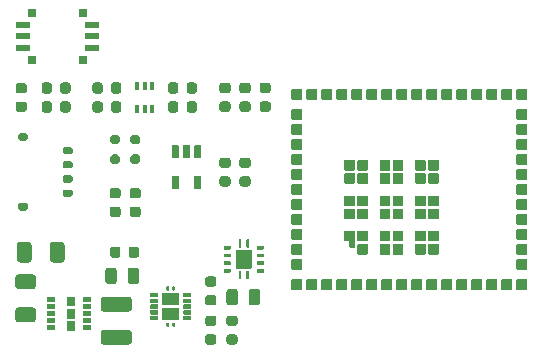
<source format=gtp>
%TF.GenerationSoftware,KiCad,Pcbnew,(5.1.6-0-10_14)*%
%TF.CreationDate,2021-08-10T12:06:40-04:00*%
%TF.ProjectId,fanboard,66616e62-6f61-4726-942e-6b696361645f,rev?*%
%TF.SameCoordinates,Original*%
%TF.FileFunction,Paste,Top*%
%TF.FilePolarity,Positive*%
%FSLAX46Y46*%
G04 Gerber Fmt 4.6, Leading zero omitted, Abs format (unit mm)*
G04 Created by KiCad (PCBNEW (5.1.6-0-10_14)) date 2021-08-10 12:06:40*
%MOMM*%
%LPD*%
G01*
G04 APERTURE LIST*
%ADD10R,0.400000X0.650000*%
%ADD11R,0.700000X0.700000*%
%ADD12R,1.200000X0.500000*%
G04 APERTURE END LIST*
%TO.C,U1*%
G36*
G01*
X145790000Y-119849910D02*
X145790000Y-120475090D01*
G75*
G02*
X145740090Y-120525000I-49910J0D01*
G01*
X145609910Y-120525000D01*
G75*
G02*
X145560000Y-120475090I0J49910D01*
G01*
X145560000Y-119849910D01*
G75*
G02*
X145609910Y-119800000I49910J0D01*
G01*
X145740090Y-119800000D01*
G75*
G02*
X145790000Y-119849910I0J-49910D01*
G01*
G37*
G36*
G01*
X146440000Y-119849910D02*
X146440000Y-120475090D01*
G75*
G02*
X146390090Y-120525000I-49910J0D01*
G01*
X146259910Y-120525000D01*
G75*
G02*
X146210000Y-120475090I0J49910D01*
G01*
X146210000Y-119849910D01*
G75*
G02*
X146259910Y-119800000I49910J0D01*
G01*
X146390090Y-119800000D01*
G75*
G02*
X146440000Y-119849910I0J-49910D01*
G01*
G37*
G36*
G01*
X145790000Y-122524910D02*
X145790000Y-123150090D01*
G75*
G02*
X145740090Y-123200000I-49910J0D01*
G01*
X145609910Y-123200000D01*
G75*
G02*
X145560000Y-123150090I0J49910D01*
G01*
X145560000Y-122524910D01*
G75*
G02*
X145609910Y-122475000I49910J0D01*
G01*
X145740090Y-122475000D01*
G75*
G02*
X145790000Y-122524910I0J-49910D01*
G01*
G37*
G36*
G01*
X146440000Y-122524910D02*
X146440000Y-123150090D01*
G75*
G02*
X146390090Y-123200000I-49910J0D01*
G01*
X146259910Y-123200000D01*
G75*
G02*
X146210000Y-123150090I0J49910D01*
G01*
X146210000Y-122524910D01*
G75*
G02*
X146259910Y-122475000I49910J0D01*
G01*
X146390090Y-122475000D01*
G75*
G02*
X146440000Y-122524910I0J-49910D01*
G01*
G37*
G36*
G01*
X146670000Y-120749220D02*
X146670000Y-122250780D01*
G75*
G02*
X146625780Y-122295000I-44220J0D01*
G01*
X145374220Y-122295000D01*
G75*
G02*
X145330000Y-122250780I0J44220D01*
G01*
X145330000Y-120749220D01*
G75*
G02*
X145374220Y-120705000I44220J0D01*
G01*
X146625780Y-120705000D01*
G75*
G02*
X146670000Y-120749220I0J-44220D01*
G01*
G37*
G36*
G01*
X144349910Y-122320000D02*
X144850090Y-122320000D01*
G75*
G02*
X144900000Y-122369910I0J-49910D01*
G01*
X144900000Y-122580090D01*
G75*
G02*
X144850090Y-122630000I-49910J0D01*
G01*
X144349910Y-122630000D01*
G75*
G02*
X144300000Y-122580090I0J49910D01*
G01*
X144300000Y-122369910D01*
G75*
G02*
X144349910Y-122320000I49910J0D01*
G01*
G37*
G36*
G01*
X144349910Y-121670000D02*
X144850090Y-121670000D01*
G75*
G02*
X144900000Y-121719910I0J-49910D01*
G01*
X144900000Y-121930090D01*
G75*
G02*
X144850090Y-121980000I-49910J0D01*
G01*
X144349910Y-121980000D01*
G75*
G02*
X144300000Y-121930090I0J49910D01*
G01*
X144300000Y-121719910D01*
G75*
G02*
X144349910Y-121670000I49910J0D01*
G01*
G37*
G36*
G01*
X144349910Y-121020000D02*
X144850090Y-121020000D01*
G75*
G02*
X144900000Y-121069910I0J-49910D01*
G01*
X144900000Y-121280090D01*
G75*
G02*
X144850090Y-121330000I-49910J0D01*
G01*
X144349910Y-121330000D01*
G75*
G02*
X144300000Y-121280090I0J49910D01*
G01*
X144300000Y-121069910D01*
G75*
G02*
X144349910Y-121020000I49910J0D01*
G01*
G37*
G36*
G01*
X144349910Y-120370000D02*
X144850090Y-120370000D01*
G75*
G02*
X144900000Y-120419910I0J-49910D01*
G01*
X144900000Y-120630090D01*
G75*
G02*
X144850090Y-120680000I-49910J0D01*
G01*
X144349910Y-120680000D01*
G75*
G02*
X144300000Y-120630090I0J49910D01*
G01*
X144300000Y-120419910D01*
G75*
G02*
X144349910Y-120370000I49910J0D01*
G01*
G37*
G36*
G01*
X147149910Y-120370000D02*
X147650090Y-120370000D01*
G75*
G02*
X147700000Y-120419910I0J-49910D01*
G01*
X147700000Y-120630090D01*
G75*
G02*
X147650090Y-120680000I-49910J0D01*
G01*
X147149910Y-120680000D01*
G75*
G02*
X147100000Y-120630090I0J49910D01*
G01*
X147100000Y-120419910D01*
G75*
G02*
X147149910Y-120370000I49910J0D01*
G01*
G37*
G36*
G01*
X147149910Y-121020000D02*
X147650090Y-121020000D01*
G75*
G02*
X147700000Y-121069910I0J-49910D01*
G01*
X147700000Y-121280090D01*
G75*
G02*
X147650090Y-121330000I-49910J0D01*
G01*
X147149910Y-121330000D01*
G75*
G02*
X147100000Y-121280090I0J49910D01*
G01*
X147100000Y-121069910D01*
G75*
G02*
X147149910Y-121020000I49910J0D01*
G01*
G37*
G36*
G01*
X147149910Y-121670000D02*
X147650090Y-121670000D01*
G75*
G02*
X147700000Y-121719910I0J-49910D01*
G01*
X147700000Y-121930090D01*
G75*
G02*
X147650090Y-121980000I-49910J0D01*
G01*
X147149910Y-121980000D01*
G75*
G02*
X147100000Y-121930090I0J49910D01*
G01*
X147100000Y-121719910D01*
G75*
G02*
X147149910Y-121670000I49910J0D01*
G01*
G37*
G36*
G01*
X147149910Y-122320000D02*
X147650090Y-122320000D01*
G75*
G02*
X147700000Y-122369910I0J-49910D01*
G01*
X147700000Y-122580090D01*
G75*
G02*
X147650090Y-122630000I-49910J0D01*
G01*
X147149910Y-122630000D01*
G75*
G02*
X147100000Y-122580090I0J49910D01*
G01*
X147100000Y-122369910D01*
G75*
G02*
X147149910Y-122320000I49910J0D01*
G01*
G37*
%TD*%
%TO.C,D3*%
G36*
G01*
X134900000Y-112625000D02*
X135300000Y-112625000D01*
G75*
G02*
X135500000Y-112825000I0J-200000D01*
G01*
X135500000Y-113225000D01*
G75*
G02*
X135300000Y-113425000I-200000J0D01*
G01*
X134900000Y-113425000D01*
G75*
G02*
X134700000Y-113225000I0J200000D01*
G01*
X134700000Y-112825000D01*
G75*
G02*
X134900000Y-112625000I200000J0D01*
G01*
G37*
G36*
G01*
X134900000Y-110975000D02*
X135300000Y-110975000D01*
G75*
G02*
X135500000Y-111175000I0J-200000D01*
G01*
X135500000Y-111575000D01*
G75*
G02*
X135300000Y-111775000I-200000J0D01*
G01*
X134900000Y-111775000D01*
G75*
G02*
X134700000Y-111575000I0J200000D01*
G01*
X134700000Y-111175000D01*
G75*
G02*
X134900000Y-110975000I200000J0D01*
G01*
G37*
%TD*%
%TO.C,D2*%
G36*
G01*
X136600000Y-112625000D02*
X137000000Y-112625000D01*
G75*
G02*
X137200000Y-112825000I0J-200000D01*
G01*
X137200000Y-113225000D01*
G75*
G02*
X137000000Y-113425000I-200000J0D01*
G01*
X136600000Y-113425000D01*
G75*
G02*
X136400000Y-113225000I0J200000D01*
G01*
X136400000Y-112825000D01*
G75*
G02*
X136600000Y-112625000I200000J0D01*
G01*
G37*
G36*
G01*
X136600000Y-110975000D02*
X137000000Y-110975000D01*
G75*
G02*
X137200000Y-111175000I0J-200000D01*
G01*
X137200000Y-111575000D01*
G75*
G02*
X137000000Y-111775000I-200000J0D01*
G01*
X136600000Y-111775000D01*
G75*
G02*
X136400000Y-111575000I0J200000D01*
G01*
X136400000Y-111175000D01*
G75*
G02*
X136600000Y-110975000I200000J0D01*
G01*
G37*
%TD*%
%TO.C,J4*%
G36*
G01*
X127075000Y-116700000D02*
X127525000Y-116700000D01*
G75*
G02*
X127700000Y-116875000I0J-175000D01*
G01*
X127700000Y-117225000D01*
G75*
G02*
X127525000Y-117400000I-175000J0D01*
G01*
X127075000Y-117400000D01*
G75*
G02*
X126900000Y-117225000I0J175000D01*
G01*
X126900000Y-116875000D01*
G75*
G02*
X127075000Y-116700000I175000J0D01*
G01*
G37*
G36*
G01*
X127075000Y-110800000D02*
X127525000Y-110800000D01*
G75*
G02*
X127700000Y-110975000I0J-175000D01*
G01*
X127700000Y-111325000D01*
G75*
G02*
X127525000Y-111500000I-175000J0D01*
G01*
X127075000Y-111500000D01*
G75*
G02*
X126900000Y-111325000I0J175000D01*
G01*
X126900000Y-110975000D01*
G75*
G02*
X127075000Y-110800000I175000J0D01*
G01*
G37*
G36*
G01*
X130800000Y-115600000D02*
X131350000Y-115600000D01*
G75*
G02*
X131500000Y-115750000I0J-150000D01*
G01*
X131500000Y-116050000D01*
G75*
G02*
X131350000Y-116200000I-150000J0D01*
G01*
X130800000Y-116200000D01*
G75*
G02*
X130650000Y-116050000I0J150000D01*
G01*
X130650000Y-115750000D01*
G75*
G02*
X130800000Y-115600000I150000J0D01*
G01*
G37*
G36*
G01*
X130800000Y-114400000D02*
X131350000Y-114400000D01*
G75*
G02*
X131500000Y-114550000I0J-150000D01*
G01*
X131500000Y-114850000D01*
G75*
G02*
X131350000Y-115000000I-150000J0D01*
G01*
X130800000Y-115000000D01*
G75*
G02*
X130650000Y-114850000I0J150000D01*
G01*
X130650000Y-114550000D01*
G75*
G02*
X130800000Y-114400000I150000J0D01*
G01*
G37*
G36*
G01*
X130800000Y-113200000D02*
X131350000Y-113200000D01*
G75*
G02*
X131500000Y-113350000I0J-150000D01*
G01*
X131500000Y-113650000D01*
G75*
G02*
X131350000Y-113800000I-150000J0D01*
G01*
X130800000Y-113800000D01*
G75*
G02*
X130650000Y-113650000I0J150000D01*
G01*
X130650000Y-113350000D01*
G75*
G02*
X130800000Y-113200000I150000J0D01*
G01*
G37*
G36*
G01*
X130800000Y-112000000D02*
X131350000Y-112000000D01*
G75*
G02*
X131500000Y-112150000I0J-150000D01*
G01*
X131500000Y-112450000D01*
G75*
G02*
X131350000Y-112600000I-150000J0D01*
G01*
X130800000Y-112600000D01*
G75*
G02*
X130650000Y-112450000I0J150000D01*
G01*
X130650000Y-112150000D01*
G75*
G02*
X130800000Y-112000000I150000J0D01*
G01*
G37*
%TD*%
D10*
%TO.C,Q1*%
X136950000Y-106850000D03*
X138250000Y-106850000D03*
X137600000Y-108750000D03*
X137600000Y-106850000D03*
X138250000Y-108750000D03*
X136950000Y-108750000D03*
%TD*%
%TO.C,R16*%
G36*
G01*
X140450000Y-108343750D02*
X140450000Y-108856250D01*
G75*
G02*
X140231250Y-109075000I-218750J0D01*
G01*
X139793750Y-109075000D01*
G75*
G02*
X139575000Y-108856250I0J218750D01*
G01*
X139575000Y-108343750D01*
G75*
G02*
X139793750Y-108125000I218750J0D01*
G01*
X140231250Y-108125000D01*
G75*
G02*
X140450000Y-108343750I0J-218750D01*
G01*
G37*
G36*
G01*
X142025000Y-108343750D02*
X142025000Y-108856250D01*
G75*
G02*
X141806250Y-109075000I-218750J0D01*
G01*
X141368750Y-109075000D01*
G75*
G02*
X141150000Y-108856250I0J218750D01*
G01*
X141150000Y-108343750D01*
G75*
G02*
X141368750Y-108125000I218750J0D01*
G01*
X141806250Y-108125000D01*
G75*
G02*
X142025000Y-108343750I0J-218750D01*
G01*
G37*
%TD*%
%TO.C,R15*%
G36*
G01*
X140450000Y-106743750D02*
X140450000Y-107256250D01*
G75*
G02*
X140231250Y-107475000I-218750J0D01*
G01*
X139793750Y-107475000D01*
G75*
G02*
X139575000Y-107256250I0J218750D01*
G01*
X139575000Y-106743750D01*
G75*
G02*
X139793750Y-106525000I218750J0D01*
G01*
X140231250Y-106525000D01*
G75*
G02*
X140450000Y-106743750I0J-218750D01*
G01*
G37*
G36*
G01*
X142025000Y-106743750D02*
X142025000Y-107256250D01*
G75*
G02*
X141806250Y-107475000I-218750J0D01*
G01*
X141368750Y-107475000D01*
G75*
G02*
X141150000Y-107256250I0J218750D01*
G01*
X141150000Y-106743750D01*
G75*
G02*
X141368750Y-106525000I218750J0D01*
G01*
X141806250Y-106525000D01*
G75*
G02*
X142025000Y-106743750I0J-218750D01*
G01*
G37*
%TD*%
%TO.C,R14*%
G36*
G01*
X131325000Y-106743750D02*
X131325000Y-107256250D01*
G75*
G02*
X131106250Y-107475000I-218750J0D01*
G01*
X130668750Y-107475000D01*
G75*
G02*
X130450000Y-107256250I0J218750D01*
G01*
X130450000Y-106743750D01*
G75*
G02*
X130668750Y-106525000I218750J0D01*
G01*
X131106250Y-106525000D01*
G75*
G02*
X131325000Y-106743750I0J-218750D01*
G01*
G37*
G36*
G01*
X129750000Y-106743750D02*
X129750000Y-107256250D01*
G75*
G02*
X129531250Y-107475000I-218750J0D01*
G01*
X129093750Y-107475000D01*
G75*
G02*
X128875000Y-107256250I0J218750D01*
G01*
X128875000Y-106743750D01*
G75*
G02*
X129093750Y-106525000I218750J0D01*
G01*
X129531250Y-106525000D01*
G75*
G02*
X129750000Y-106743750I0J-218750D01*
G01*
G37*
%TD*%
%TO.C,R13*%
G36*
G01*
X131325000Y-108343750D02*
X131325000Y-108856250D01*
G75*
G02*
X131106250Y-109075000I-218750J0D01*
G01*
X130668750Y-109075000D01*
G75*
G02*
X130450000Y-108856250I0J218750D01*
G01*
X130450000Y-108343750D01*
G75*
G02*
X130668750Y-108125000I218750J0D01*
G01*
X131106250Y-108125000D01*
G75*
G02*
X131325000Y-108343750I0J-218750D01*
G01*
G37*
G36*
G01*
X129750000Y-108343750D02*
X129750000Y-108856250D01*
G75*
G02*
X129531250Y-109075000I-218750J0D01*
G01*
X129093750Y-109075000D01*
G75*
G02*
X128875000Y-108856250I0J218750D01*
G01*
X128875000Y-108343750D01*
G75*
G02*
X129093750Y-108125000I218750J0D01*
G01*
X129531250Y-108125000D01*
G75*
G02*
X129750000Y-108343750I0J-218750D01*
G01*
G37*
%TD*%
%TO.C,R12*%
G36*
G01*
X135625000Y-106743750D02*
X135625000Y-107256250D01*
G75*
G02*
X135406250Y-107475000I-218750J0D01*
G01*
X134968750Y-107475000D01*
G75*
G02*
X134750000Y-107256250I0J218750D01*
G01*
X134750000Y-106743750D01*
G75*
G02*
X134968750Y-106525000I218750J0D01*
G01*
X135406250Y-106525000D01*
G75*
G02*
X135625000Y-106743750I0J-218750D01*
G01*
G37*
G36*
G01*
X134050000Y-106743750D02*
X134050000Y-107256250D01*
G75*
G02*
X133831250Y-107475000I-218750J0D01*
G01*
X133393750Y-107475000D01*
G75*
G02*
X133175000Y-107256250I0J218750D01*
G01*
X133175000Y-106743750D01*
G75*
G02*
X133393750Y-106525000I218750J0D01*
G01*
X133831250Y-106525000D01*
G75*
G02*
X134050000Y-106743750I0J-218750D01*
G01*
G37*
%TD*%
%TO.C,R11*%
G36*
G01*
X135625000Y-108343750D02*
X135625000Y-108856250D01*
G75*
G02*
X135406250Y-109075000I-218750J0D01*
G01*
X134968750Y-109075000D01*
G75*
G02*
X134750000Y-108856250I0J218750D01*
G01*
X134750000Y-108343750D01*
G75*
G02*
X134968750Y-108125000I218750J0D01*
G01*
X135406250Y-108125000D01*
G75*
G02*
X135625000Y-108343750I0J-218750D01*
G01*
G37*
G36*
G01*
X134050000Y-108343750D02*
X134050000Y-108856250D01*
G75*
G02*
X133831250Y-109075000I-218750J0D01*
G01*
X133393750Y-109075000D01*
G75*
G02*
X133175000Y-108856250I0J218750D01*
G01*
X133175000Y-108343750D01*
G75*
G02*
X133393750Y-108125000I218750J0D01*
G01*
X133831250Y-108125000D01*
G75*
G02*
X134050000Y-108343750I0J-218750D01*
G01*
G37*
%TD*%
%TO.C,R10*%
G36*
G01*
X137056250Y-117925000D02*
X136543750Y-117925000D01*
G75*
G02*
X136325000Y-117706250I0J218750D01*
G01*
X136325000Y-117268750D01*
G75*
G02*
X136543750Y-117050000I218750J0D01*
G01*
X137056250Y-117050000D01*
G75*
G02*
X137275000Y-117268750I0J-218750D01*
G01*
X137275000Y-117706250D01*
G75*
G02*
X137056250Y-117925000I-218750J0D01*
G01*
G37*
G36*
G01*
X137056250Y-116350000D02*
X136543750Y-116350000D01*
G75*
G02*
X136325000Y-116131250I0J218750D01*
G01*
X136325000Y-115693750D01*
G75*
G02*
X136543750Y-115475000I218750J0D01*
G01*
X137056250Y-115475000D01*
G75*
G02*
X137275000Y-115693750I0J-218750D01*
G01*
X137275000Y-116131250D01*
G75*
G02*
X137056250Y-116350000I-218750J0D01*
G01*
G37*
%TD*%
%TO.C,R9*%
G36*
G01*
X135356250Y-117925000D02*
X134843750Y-117925000D01*
G75*
G02*
X134625000Y-117706250I0J218750D01*
G01*
X134625000Y-117268750D01*
G75*
G02*
X134843750Y-117050000I218750J0D01*
G01*
X135356250Y-117050000D01*
G75*
G02*
X135575000Y-117268750I0J-218750D01*
G01*
X135575000Y-117706250D01*
G75*
G02*
X135356250Y-117925000I-218750J0D01*
G01*
G37*
G36*
G01*
X135356250Y-116350000D02*
X134843750Y-116350000D01*
G75*
G02*
X134625000Y-116131250I0J218750D01*
G01*
X134625000Y-115693750D01*
G75*
G02*
X134843750Y-115475000I218750J0D01*
G01*
X135356250Y-115475000D01*
G75*
G02*
X135575000Y-115693750I0J-218750D01*
G01*
X135575000Y-116131250D01*
G75*
G02*
X135356250Y-116350000I-218750J0D01*
G01*
G37*
%TD*%
%TO.C,U3*%
G36*
G01*
X131725000Y-126756900D02*
X131725000Y-127503100D01*
G75*
G02*
X131681600Y-127546500I-43400J0D01*
G01*
X131068400Y-127546500D01*
G75*
G02*
X131025000Y-127503100I0J43400D01*
G01*
X131025000Y-126756900D01*
G75*
G02*
X131068400Y-126713500I43400J0D01*
G01*
X131681600Y-126713500D01*
G75*
G02*
X131725000Y-126756900I0J-43400D01*
G01*
G37*
G36*
G01*
X131725000Y-125726900D02*
X131725000Y-126473100D01*
G75*
G02*
X131681600Y-126516500I-43400J0D01*
G01*
X131068400Y-126516500D01*
G75*
G02*
X131025000Y-126473100I0J43400D01*
G01*
X131025000Y-125726900D01*
G75*
G02*
X131068400Y-125683500I43400J0D01*
G01*
X131681600Y-125683500D01*
G75*
G02*
X131725000Y-125726900I0J-43400D01*
G01*
G37*
G36*
G01*
X131725000Y-124696900D02*
X131725000Y-125443100D01*
G75*
G02*
X131681600Y-125486500I-43400J0D01*
G01*
X131068400Y-125486500D01*
G75*
G02*
X131025000Y-125443100I0J43400D01*
G01*
X131025000Y-124696900D01*
G75*
G02*
X131068400Y-124653500I43400J0D01*
G01*
X131681600Y-124653500D01*
G75*
G02*
X131725000Y-124696900I0J-43400D01*
G01*
G37*
G36*
G01*
X130050000Y-127150000D02*
X130050000Y-127450000D01*
G75*
G02*
X130000000Y-127500000I-50000J0D01*
G01*
X129350000Y-127500000D01*
G75*
G02*
X129300000Y-127450000I0J50000D01*
G01*
X129300000Y-127150000D01*
G75*
G02*
X129350000Y-127100000I50000J0D01*
G01*
X130000000Y-127100000D01*
G75*
G02*
X130050000Y-127150000I0J-50000D01*
G01*
G37*
G36*
G01*
X130050000Y-126550000D02*
X130050000Y-126850000D01*
G75*
G02*
X130000000Y-126900000I-50000J0D01*
G01*
X129350000Y-126900000D01*
G75*
G02*
X129300000Y-126850000I0J50000D01*
G01*
X129300000Y-126550000D01*
G75*
G02*
X129350000Y-126500000I50000J0D01*
G01*
X130000000Y-126500000D01*
G75*
G02*
X130050000Y-126550000I0J-50000D01*
G01*
G37*
G36*
G01*
X130050000Y-125950000D02*
X130050000Y-126250000D01*
G75*
G02*
X130000000Y-126300000I-50000J0D01*
G01*
X129350000Y-126300000D01*
G75*
G02*
X129300000Y-126250000I0J50000D01*
G01*
X129300000Y-125950000D01*
G75*
G02*
X129350000Y-125900000I50000J0D01*
G01*
X130000000Y-125900000D01*
G75*
G02*
X130050000Y-125950000I0J-50000D01*
G01*
G37*
G36*
G01*
X130050000Y-125350000D02*
X130050000Y-125650000D01*
G75*
G02*
X130000000Y-125700000I-50000J0D01*
G01*
X129350000Y-125700000D01*
G75*
G02*
X129300000Y-125650000I0J50000D01*
G01*
X129300000Y-125350000D01*
G75*
G02*
X129350000Y-125300000I50000J0D01*
G01*
X130000000Y-125300000D01*
G75*
G02*
X130050000Y-125350000I0J-50000D01*
G01*
G37*
G36*
G01*
X130050000Y-124750000D02*
X130050000Y-125050000D01*
G75*
G02*
X130000000Y-125100000I-50000J0D01*
G01*
X129350000Y-125100000D01*
G75*
G02*
X129300000Y-125050000I0J50000D01*
G01*
X129300000Y-124750000D01*
G75*
G02*
X129350000Y-124700000I50000J0D01*
G01*
X130000000Y-124700000D01*
G75*
G02*
X130050000Y-124750000I0J-50000D01*
G01*
G37*
G36*
G01*
X133100000Y-124750000D02*
X133100000Y-125050000D01*
G75*
G02*
X133050000Y-125100000I-50000J0D01*
G01*
X132400000Y-125100000D01*
G75*
G02*
X132350000Y-125050000I0J50000D01*
G01*
X132350000Y-124750000D01*
G75*
G02*
X132400000Y-124700000I50000J0D01*
G01*
X133050000Y-124700000D01*
G75*
G02*
X133100000Y-124750000I0J-50000D01*
G01*
G37*
G36*
G01*
X133100000Y-125350000D02*
X133100000Y-125650000D01*
G75*
G02*
X133050000Y-125700000I-50000J0D01*
G01*
X132400000Y-125700000D01*
G75*
G02*
X132350000Y-125650000I0J50000D01*
G01*
X132350000Y-125350000D01*
G75*
G02*
X132400000Y-125300000I50000J0D01*
G01*
X133050000Y-125300000D01*
G75*
G02*
X133100000Y-125350000I0J-50000D01*
G01*
G37*
G36*
G01*
X133100000Y-125950000D02*
X133100000Y-126250000D01*
G75*
G02*
X133050000Y-126300000I-50000J0D01*
G01*
X132400000Y-126300000D01*
G75*
G02*
X132350000Y-126250000I0J50000D01*
G01*
X132350000Y-125950000D01*
G75*
G02*
X132400000Y-125900000I50000J0D01*
G01*
X133050000Y-125900000D01*
G75*
G02*
X133100000Y-125950000I0J-50000D01*
G01*
G37*
G36*
G01*
X133100000Y-126550000D02*
X133100000Y-126850000D01*
G75*
G02*
X133050000Y-126900000I-50000J0D01*
G01*
X132400000Y-126900000D01*
G75*
G02*
X132350000Y-126850000I0J50000D01*
G01*
X132350000Y-126550000D01*
G75*
G02*
X132400000Y-126500000I50000J0D01*
G01*
X133050000Y-126500000D01*
G75*
G02*
X133100000Y-126550000I0J-50000D01*
G01*
G37*
G36*
G01*
X133100000Y-127150000D02*
X133100000Y-127450000D01*
G75*
G02*
X133050000Y-127500000I-50000J0D01*
G01*
X132400000Y-127500000D01*
G75*
G02*
X132350000Y-127450000I0J50000D01*
G01*
X132350000Y-127150000D01*
G75*
G02*
X132400000Y-127100000I50000J0D01*
G01*
X133050000Y-127100000D01*
G75*
G02*
X133100000Y-127150000I0J-50000D01*
G01*
G37*
%TD*%
%TO.C,C3*%
G36*
G01*
X134125000Y-127475000D02*
X136275000Y-127475000D01*
G75*
G02*
X136525000Y-127725000I0J-250000D01*
G01*
X136525000Y-128475000D01*
G75*
G02*
X136275000Y-128725000I-250000J0D01*
G01*
X134125000Y-128725000D01*
G75*
G02*
X133875000Y-128475000I0J250000D01*
G01*
X133875000Y-127725000D01*
G75*
G02*
X134125000Y-127475000I250000J0D01*
G01*
G37*
G36*
G01*
X134125000Y-124675000D02*
X136275000Y-124675000D01*
G75*
G02*
X136525000Y-124925000I0J-250000D01*
G01*
X136525000Y-125675000D01*
G75*
G02*
X136275000Y-125925000I-250000J0D01*
G01*
X134125000Y-125925000D01*
G75*
G02*
X133875000Y-125675000I0J250000D01*
G01*
X133875000Y-124925000D01*
G75*
G02*
X134125000Y-124675000I250000J0D01*
G01*
G37*
%TD*%
%TO.C,C2*%
G36*
G01*
X135250000Y-122443750D02*
X135250000Y-123356250D01*
G75*
G02*
X135006250Y-123600000I-243750J0D01*
G01*
X134518750Y-123600000D01*
G75*
G02*
X134275000Y-123356250I0J243750D01*
G01*
X134275000Y-122443750D01*
G75*
G02*
X134518750Y-122200000I243750J0D01*
G01*
X135006250Y-122200000D01*
G75*
G02*
X135250000Y-122443750I0J-243750D01*
G01*
G37*
G36*
G01*
X137125000Y-122443750D02*
X137125000Y-123356250D01*
G75*
G02*
X136881250Y-123600000I-243750J0D01*
G01*
X136393750Y-123600000D01*
G75*
G02*
X136150000Y-123356250I0J243750D01*
G01*
X136150000Y-122443750D01*
G75*
G02*
X136393750Y-122200000I243750J0D01*
G01*
X136881250Y-122200000D01*
G75*
G02*
X137125000Y-122443750I0J-243750D01*
G01*
G37*
%TD*%
%TO.C,R5*%
G36*
G01*
X135550000Y-120643750D02*
X135550000Y-121156250D01*
G75*
G02*
X135331250Y-121375000I-218750J0D01*
G01*
X134893750Y-121375000D01*
G75*
G02*
X134675000Y-121156250I0J218750D01*
G01*
X134675000Y-120643750D01*
G75*
G02*
X134893750Y-120425000I218750J0D01*
G01*
X135331250Y-120425000D01*
G75*
G02*
X135550000Y-120643750I0J-218750D01*
G01*
G37*
G36*
G01*
X137125000Y-120643750D02*
X137125000Y-121156250D01*
G75*
G02*
X136906250Y-121375000I-218750J0D01*
G01*
X136468750Y-121375000D01*
G75*
G02*
X136250000Y-121156250I0J218750D01*
G01*
X136250000Y-120643750D01*
G75*
G02*
X136468750Y-120425000I218750J0D01*
G01*
X136906250Y-120425000D01*
G75*
G02*
X137125000Y-120643750I0J-218750D01*
G01*
G37*
%TD*%
%TO.C,C1*%
G36*
G01*
X145500000Y-124243750D02*
X145500000Y-125156250D01*
G75*
G02*
X145256250Y-125400000I-243750J0D01*
G01*
X144768750Y-125400000D01*
G75*
G02*
X144525000Y-125156250I0J243750D01*
G01*
X144525000Y-124243750D01*
G75*
G02*
X144768750Y-124000000I243750J0D01*
G01*
X145256250Y-124000000D01*
G75*
G02*
X145500000Y-124243750I0J-243750D01*
G01*
G37*
G36*
G01*
X147375000Y-124243750D02*
X147375000Y-125156250D01*
G75*
G02*
X147131250Y-125400000I-243750J0D01*
G01*
X146643750Y-125400000D01*
G75*
G02*
X146400000Y-125156250I0J243750D01*
G01*
X146400000Y-124243750D01*
G75*
G02*
X146643750Y-124000000I243750J0D01*
G01*
X147131250Y-124000000D01*
G75*
G02*
X147375000Y-124243750I0J-243750D01*
G01*
G37*
%TD*%
%TO.C,U2*%
G36*
G01*
X139675000Y-123850000D02*
X139675000Y-124090000D01*
G75*
G02*
X139625000Y-124140000I-50000J0D01*
G01*
X139475000Y-124140000D01*
G75*
G02*
X139425000Y-124090000I0J50000D01*
G01*
X139425000Y-123850000D01*
G75*
G02*
X139475000Y-123800000I50000J0D01*
G01*
X139625000Y-123800000D01*
G75*
G02*
X139675000Y-123850000I0J-50000D01*
G01*
G37*
G36*
G01*
X140175000Y-123850000D02*
X140175000Y-124090000D01*
G75*
G02*
X140125000Y-124140000I-50000J0D01*
G01*
X139975000Y-124140000D01*
G75*
G02*
X139925000Y-124090000I0J50000D01*
G01*
X139925000Y-123850000D01*
G75*
G02*
X139975000Y-123800000I50000J0D01*
G01*
X140125000Y-123800000D01*
G75*
G02*
X140175000Y-123850000I0J-50000D01*
G01*
G37*
G36*
G01*
X140550000Y-124395500D02*
X140550000Y-125304500D01*
G75*
G02*
X140499500Y-125355000I-50500J0D01*
G01*
X139100500Y-125355000D01*
G75*
G02*
X139050000Y-125304500I0J50500D01*
G01*
X139050000Y-124395500D01*
G75*
G02*
X139100500Y-124345000I50500J0D01*
G01*
X140499500Y-124345000D01*
G75*
G02*
X140550000Y-124395500I0J-50500D01*
G01*
G37*
G36*
G01*
X140550000Y-125695500D02*
X140550000Y-126604500D01*
G75*
G02*
X140499500Y-126655000I-50500J0D01*
G01*
X139100500Y-126655000D01*
G75*
G02*
X139050000Y-126604500I0J50500D01*
G01*
X139050000Y-125695500D01*
G75*
G02*
X139100500Y-125645000I50500J0D01*
G01*
X140499500Y-125645000D01*
G75*
G02*
X140550000Y-125695500I0J-50500D01*
G01*
G37*
G36*
G01*
X139675000Y-126910000D02*
X139675000Y-127150000D01*
G75*
G02*
X139625000Y-127200000I-50000J0D01*
G01*
X139475000Y-127200000D01*
G75*
G02*
X139425000Y-127150000I0J50000D01*
G01*
X139425000Y-126910000D01*
G75*
G02*
X139475000Y-126860000I50000J0D01*
G01*
X139625000Y-126860000D01*
G75*
G02*
X139675000Y-126910000I0J-50000D01*
G01*
G37*
G36*
G01*
X140175000Y-126910000D02*
X140175000Y-127150000D01*
G75*
G02*
X140125000Y-127200000I-50000J0D01*
G01*
X139975000Y-127200000D01*
G75*
G02*
X139925000Y-127150000I0J50000D01*
G01*
X139925000Y-126910000D01*
G75*
G02*
X139975000Y-126860000I50000J0D01*
G01*
X140125000Y-126860000D01*
G75*
G02*
X140175000Y-126910000I0J-50000D01*
G01*
G37*
G36*
G01*
X138750000Y-126375049D02*
X138750000Y-126624951D01*
G75*
G02*
X138699951Y-126675000I-50049J0D01*
G01*
X138100049Y-126675000D01*
G75*
G02*
X138050000Y-126624951I0J50049D01*
G01*
X138050000Y-126375049D01*
G75*
G02*
X138100049Y-126325000I50049J0D01*
G01*
X138699951Y-126325000D01*
G75*
G02*
X138750000Y-126375049I0J-50049D01*
G01*
G37*
G36*
G01*
X138750000Y-125875049D02*
X138750000Y-126124951D01*
G75*
G02*
X138699951Y-126175000I-50049J0D01*
G01*
X138100049Y-126175000D01*
G75*
G02*
X138050000Y-126124951I0J50049D01*
G01*
X138050000Y-125875049D01*
G75*
G02*
X138100049Y-125825000I50049J0D01*
G01*
X138699951Y-125825000D01*
G75*
G02*
X138750000Y-125875049I0J-50049D01*
G01*
G37*
G36*
G01*
X138750000Y-125375049D02*
X138750000Y-125624951D01*
G75*
G02*
X138699951Y-125675000I-50049J0D01*
G01*
X138100049Y-125675000D01*
G75*
G02*
X138050000Y-125624951I0J50049D01*
G01*
X138050000Y-125375049D01*
G75*
G02*
X138100049Y-125325000I50049J0D01*
G01*
X138699951Y-125325000D01*
G75*
G02*
X138750000Y-125375049I0J-50049D01*
G01*
G37*
G36*
G01*
X138750000Y-124875049D02*
X138750000Y-125124951D01*
G75*
G02*
X138699951Y-125175000I-50049J0D01*
G01*
X138100049Y-125175000D01*
G75*
G02*
X138050000Y-125124951I0J50049D01*
G01*
X138050000Y-124875049D01*
G75*
G02*
X138100049Y-124825000I50049J0D01*
G01*
X138699951Y-124825000D01*
G75*
G02*
X138750000Y-124875049I0J-50049D01*
G01*
G37*
G36*
G01*
X138750000Y-124375049D02*
X138750000Y-124624951D01*
G75*
G02*
X138699951Y-124675000I-50049J0D01*
G01*
X138100049Y-124675000D01*
G75*
G02*
X138050000Y-124624951I0J50049D01*
G01*
X138050000Y-124375049D01*
G75*
G02*
X138100049Y-124325000I50049J0D01*
G01*
X138699951Y-124325000D01*
G75*
G02*
X138750000Y-124375049I0J-50049D01*
G01*
G37*
G36*
G01*
X141550000Y-124375049D02*
X141550000Y-124624951D01*
G75*
G02*
X141499951Y-124675000I-50049J0D01*
G01*
X140900049Y-124675000D01*
G75*
G02*
X140850000Y-124624951I0J50049D01*
G01*
X140850000Y-124375049D01*
G75*
G02*
X140900049Y-124325000I50049J0D01*
G01*
X141499951Y-124325000D01*
G75*
G02*
X141550000Y-124375049I0J-50049D01*
G01*
G37*
G36*
G01*
X141550000Y-124875049D02*
X141550000Y-125124951D01*
G75*
G02*
X141499951Y-125175000I-50049J0D01*
G01*
X140900049Y-125175000D01*
G75*
G02*
X140850000Y-125124951I0J50049D01*
G01*
X140850000Y-124875049D01*
G75*
G02*
X140900049Y-124825000I50049J0D01*
G01*
X141499951Y-124825000D01*
G75*
G02*
X141550000Y-124875049I0J-50049D01*
G01*
G37*
G36*
G01*
X141550000Y-125375049D02*
X141550000Y-125624951D01*
G75*
G02*
X141499951Y-125675000I-50049J0D01*
G01*
X140900049Y-125675000D01*
G75*
G02*
X140850000Y-125624951I0J50049D01*
G01*
X140850000Y-125375049D01*
G75*
G02*
X140900049Y-125325000I50049J0D01*
G01*
X141499951Y-125325000D01*
G75*
G02*
X141550000Y-125375049I0J-50049D01*
G01*
G37*
G36*
G01*
X141550000Y-125875049D02*
X141550000Y-126124951D01*
G75*
G02*
X141499951Y-126175000I-50049J0D01*
G01*
X140900049Y-126175000D01*
G75*
G02*
X140850000Y-126124951I0J50049D01*
G01*
X140850000Y-125875049D01*
G75*
G02*
X140900049Y-125825000I50049J0D01*
G01*
X141499951Y-125825000D01*
G75*
G02*
X141550000Y-125875049I0J-50049D01*
G01*
G37*
G36*
G01*
X141550000Y-126375049D02*
X141550000Y-126624951D01*
G75*
G02*
X141499951Y-126675000I-50049J0D01*
G01*
X140900049Y-126675000D01*
G75*
G02*
X140850000Y-126624951I0J50049D01*
G01*
X140850000Y-126375049D01*
G75*
G02*
X140900049Y-126325000I50049J0D01*
G01*
X141499951Y-126325000D01*
G75*
G02*
X141550000Y-126375049I0J-50049D01*
G01*
G37*
%TD*%
%TO.C,R2*%
G36*
G01*
X145256250Y-127150000D02*
X144743750Y-127150000D01*
G75*
G02*
X144525000Y-126931250I0J218750D01*
G01*
X144525000Y-126493750D01*
G75*
G02*
X144743750Y-126275000I218750J0D01*
G01*
X145256250Y-126275000D01*
G75*
G02*
X145475000Y-126493750I0J-218750D01*
G01*
X145475000Y-126931250D01*
G75*
G02*
X145256250Y-127150000I-218750J0D01*
G01*
G37*
G36*
G01*
X145256250Y-128725000D02*
X144743750Y-128725000D01*
G75*
G02*
X144525000Y-128506250I0J218750D01*
G01*
X144525000Y-128068750D01*
G75*
G02*
X144743750Y-127850000I218750J0D01*
G01*
X145256250Y-127850000D01*
G75*
G02*
X145475000Y-128068750I0J-218750D01*
G01*
X145475000Y-128506250D01*
G75*
G02*
X145256250Y-128725000I-218750J0D01*
G01*
G37*
%TD*%
%TO.C,R1*%
G36*
G01*
X143456250Y-127150000D02*
X142943750Y-127150000D01*
G75*
G02*
X142725000Y-126931250I0J218750D01*
G01*
X142725000Y-126493750D01*
G75*
G02*
X142943750Y-126275000I218750J0D01*
G01*
X143456250Y-126275000D01*
G75*
G02*
X143675000Y-126493750I0J-218750D01*
G01*
X143675000Y-126931250D01*
G75*
G02*
X143456250Y-127150000I-218750J0D01*
G01*
G37*
G36*
G01*
X143456250Y-128725000D02*
X142943750Y-128725000D01*
G75*
G02*
X142725000Y-128506250I0J218750D01*
G01*
X142725000Y-128068750D01*
G75*
G02*
X142943750Y-127850000I218750J0D01*
G01*
X143456250Y-127850000D01*
G75*
G02*
X143675000Y-128068750I0J-218750D01*
G01*
X143675000Y-128506250D01*
G75*
G02*
X143456250Y-128725000I-218750J0D01*
G01*
G37*
%TD*%
%TO.C,R3*%
G36*
G01*
X143456250Y-123825000D02*
X142943750Y-123825000D01*
G75*
G02*
X142725000Y-123606250I0J218750D01*
G01*
X142725000Y-123168750D01*
G75*
G02*
X142943750Y-122950000I218750J0D01*
G01*
X143456250Y-122950000D01*
G75*
G02*
X143675000Y-123168750I0J-218750D01*
G01*
X143675000Y-123606250D01*
G75*
G02*
X143456250Y-123825000I-218750J0D01*
G01*
G37*
G36*
G01*
X143456250Y-125400000D02*
X142943750Y-125400000D01*
G75*
G02*
X142725000Y-125181250I0J218750D01*
G01*
X142725000Y-124743750D01*
G75*
G02*
X142943750Y-124525000I218750J0D01*
G01*
X143456250Y-124525000D01*
G75*
G02*
X143675000Y-124743750I0J-218750D01*
G01*
X143675000Y-125181250D01*
G75*
G02*
X143456250Y-125400000I-218750J0D01*
G01*
G37*
%TD*%
%TO.C,D1*%
G36*
G01*
X141849800Y-114450000D02*
X142350200Y-114450000D01*
G75*
G02*
X142400000Y-114499800I0J-49800D01*
G01*
X142400000Y-115500200D01*
G75*
G02*
X142350200Y-115550000I-49800J0D01*
G01*
X141849800Y-115550000D01*
G75*
G02*
X141800000Y-115500200I0J49800D01*
G01*
X141800000Y-114499800D01*
G75*
G02*
X141849800Y-114450000I49800J0D01*
G01*
G37*
G36*
G01*
X139949800Y-114450000D02*
X140450200Y-114450000D01*
G75*
G02*
X140500000Y-114499800I0J-49800D01*
G01*
X140500000Y-115500200D01*
G75*
G02*
X140450200Y-115550000I-49800J0D01*
G01*
X139949800Y-115550000D01*
G75*
G02*
X139900000Y-115500200I0J49800D01*
G01*
X139900000Y-114499800D01*
G75*
G02*
X139949800Y-114450000I49800J0D01*
G01*
G37*
G36*
G01*
X139949800Y-111850000D02*
X140450200Y-111850000D01*
G75*
G02*
X140500000Y-111899800I0J-49800D01*
G01*
X140500000Y-112900200D01*
G75*
G02*
X140450200Y-112950000I-49800J0D01*
G01*
X139949800Y-112950000D01*
G75*
G02*
X139900000Y-112900200I0J49800D01*
G01*
X139900000Y-111899800D01*
G75*
G02*
X139949800Y-111850000I49800J0D01*
G01*
G37*
G36*
G01*
X140899800Y-111850000D02*
X141400200Y-111850000D01*
G75*
G02*
X141450000Y-111899800I0J-49800D01*
G01*
X141450000Y-112900200D01*
G75*
G02*
X141400200Y-112950000I-49800J0D01*
G01*
X140899800Y-112950000D01*
G75*
G02*
X140850000Y-112900200I0J49800D01*
G01*
X140850000Y-111899800D01*
G75*
G02*
X140899800Y-111850000I49800J0D01*
G01*
G37*
G36*
G01*
X141849800Y-111850000D02*
X142350200Y-111850000D01*
G75*
G02*
X142400000Y-111899800I0J-49800D01*
G01*
X142400000Y-112900200D01*
G75*
G02*
X142350200Y-112950000I-49800J0D01*
G01*
X141849800Y-112950000D01*
G75*
G02*
X141800000Y-112900200I0J49800D01*
G01*
X141800000Y-111899800D01*
G75*
G02*
X141849800Y-111850000I49800J0D01*
G01*
G37*
%TD*%
%TO.C,C5*%
G36*
G01*
X129575000Y-121525000D02*
X129575000Y-120275000D01*
G75*
G02*
X129825000Y-120025000I250000J0D01*
G01*
X130575000Y-120025000D01*
G75*
G02*
X130825000Y-120275000I0J-250000D01*
G01*
X130825000Y-121525000D01*
G75*
G02*
X130575000Y-121775000I-250000J0D01*
G01*
X129825000Y-121775000D01*
G75*
G02*
X129575000Y-121525000I0J250000D01*
G01*
G37*
G36*
G01*
X126775000Y-121525000D02*
X126775000Y-120275000D01*
G75*
G02*
X127025000Y-120025000I250000J0D01*
G01*
X127775000Y-120025000D01*
G75*
G02*
X128025000Y-120275000I0J-250000D01*
G01*
X128025000Y-121525000D01*
G75*
G02*
X127775000Y-121775000I-250000J0D01*
G01*
X127025000Y-121775000D01*
G75*
G02*
X126775000Y-121525000I0J250000D01*
G01*
G37*
%TD*%
%TO.C,C4*%
G36*
G01*
X126897000Y-125575000D02*
X128147000Y-125575000D01*
G75*
G02*
X128397000Y-125825000I0J-250000D01*
G01*
X128397000Y-126575000D01*
G75*
G02*
X128147000Y-126825000I-250000J0D01*
G01*
X126897000Y-126825000D01*
G75*
G02*
X126647000Y-126575000I0J250000D01*
G01*
X126647000Y-125825000D01*
G75*
G02*
X126897000Y-125575000I250000J0D01*
G01*
G37*
G36*
G01*
X126897000Y-122775000D02*
X128147000Y-122775000D01*
G75*
G02*
X128397000Y-123025000I0J-250000D01*
G01*
X128397000Y-123775000D01*
G75*
G02*
X128147000Y-124025000I-250000J0D01*
G01*
X126897000Y-124025000D01*
G75*
G02*
X126647000Y-123775000I0J250000D01*
G01*
X126647000Y-123025000D01*
G75*
G02*
X126897000Y-122775000I250000J0D01*
G01*
G37*
%TD*%
%TO.C,R8*%
G36*
G01*
X127406250Y-107450000D02*
X126893750Y-107450000D01*
G75*
G02*
X126675000Y-107231250I0J218750D01*
G01*
X126675000Y-106793750D01*
G75*
G02*
X126893750Y-106575000I218750J0D01*
G01*
X127406250Y-106575000D01*
G75*
G02*
X127625000Y-106793750I0J-218750D01*
G01*
X127625000Y-107231250D01*
G75*
G02*
X127406250Y-107450000I-218750J0D01*
G01*
G37*
G36*
G01*
X127406250Y-109025000D02*
X126893750Y-109025000D01*
G75*
G02*
X126675000Y-108806250I0J218750D01*
G01*
X126675000Y-108368750D01*
G75*
G02*
X126893750Y-108150000I218750J0D01*
G01*
X127406250Y-108150000D01*
G75*
G02*
X127625000Y-108368750I0J-218750D01*
G01*
X127625000Y-108806250D01*
G75*
G02*
X127406250Y-109025000I-218750J0D01*
G01*
G37*
%TD*%
%TO.C,R7*%
G36*
G01*
X144656250Y-113770000D02*
X144143750Y-113770000D01*
G75*
G02*
X143925000Y-113551250I0J218750D01*
G01*
X143925000Y-113113750D01*
G75*
G02*
X144143750Y-112895000I218750J0D01*
G01*
X144656250Y-112895000D01*
G75*
G02*
X144875000Y-113113750I0J-218750D01*
G01*
X144875000Y-113551250D01*
G75*
G02*
X144656250Y-113770000I-218750J0D01*
G01*
G37*
G36*
G01*
X144656250Y-115345000D02*
X144143750Y-115345000D01*
G75*
G02*
X143925000Y-115126250I0J218750D01*
G01*
X143925000Y-114688750D01*
G75*
G02*
X144143750Y-114470000I218750J0D01*
G01*
X144656250Y-114470000D01*
G75*
G02*
X144875000Y-114688750I0J-218750D01*
G01*
X144875000Y-115126250D01*
G75*
G02*
X144656250Y-115345000I-218750J0D01*
G01*
G37*
%TD*%
%TO.C,C8*%
G36*
G01*
X148056250Y-109005000D02*
X147543750Y-109005000D01*
G75*
G02*
X147325000Y-108786250I0J218750D01*
G01*
X147325000Y-108348750D01*
G75*
G02*
X147543750Y-108130000I218750J0D01*
G01*
X148056250Y-108130000D01*
G75*
G02*
X148275000Y-108348750I0J-218750D01*
G01*
X148275000Y-108786250D01*
G75*
G02*
X148056250Y-109005000I-218750J0D01*
G01*
G37*
G36*
G01*
X148056250Y-107430000D02*
X147543750Y-107430000D01*
G75*
G02*
X147325000Y-107211250I0J218750D01*
G01*
X147325000Y-106773750D01*
G75*
G02*
X147543750Y-106555000I218750J0D01*
G01*
X148056250Y-106555000D01*
G75*
G02*
X148275000Y-106773750I0J-218750D01*
G01*
X148275000Y-107211250D01*
G75*
G02*
X148056250Y-107430000I-218750J0D01*
G01*
G37*
%TD*%
%TO.C,C7*%
G36*
G01*
X146356250Y-109005000D02*
X145843750Y-109005000D01*
G75*
G02*
X145625000Y-108786250I0J218750D01*
G01*
X145625000Y-108348750D01*
G75*
G02*
X145843750Y-108130000I218750J0D01*
G01*
X146356250Y-108130000D01*
G75*
G02*
X146575000Y-108348750I0J-218750D01*
G01*
X146575000Y-108786250D01*
G75*
G02*
X146356250Y-109005000I-218750J0D01*
G01*
G37*
G36*
G01*
X146356250Y-107430000D02*
X145843750Y-107430000D01*
G75*
G02*
X145625000Y-107211250I0J218750D01*
G01*
X145625000Y-106773750D01*
G75*
G02*
X145843750Y-106555000I218750J0D01*
G01*
X146356250Y-106555000D01*
G75*
G02*
X146575000Y-106773750I0J-218750D01*
G01*
X146575000Y-107211250D01*
G75*
G02*
X146356250Y-107430000I-218750J0D01*
G01*
G37*
%TD*%
%TO.C,C6*%
G36*
G01*
X144656250Y-109005000D02*
X144143750Y-109005000D01*
G75*
G02*
X143925000Y-108786250I0J218750D01*
G01*
X143925000Y-108348750D01*
G75*
G02*
X144143750Y-108130000I218750J0D01*
G01*
X144656250Y-108130000D01*
G75*
G02*
X144875000Y-108348750I0J-218750D01*
G01*
X144875000Y-108786250D01*
G75*
G02*
X144656250Y-109005000I-218750J0D01*
G01*
G37*
G36*
G01*
X144656250Y-107430000D02*
X144143750Y-107430000D01*
G75*
G02*
X143925000Y-107211250I0J218750D01*
G01*
X143925000Y-106773750D01*
G75*
G02*
X144143750Y-106555000I218750J0D01*
G01*
X144656250Y-106555000D01*
G75*
G02*
X144875000Y-106773750I0J-218750D01*
G01*
X144875000Y-107211250D01*
G75*
G02*
X144656250Y-107430000I-218750J0D01*
G01*
G37*
%TD*%
%TO.C,U4*%
G36*
G01*
X155340050Y-120529000D02*
X154989950Y-120529000D01*
G75*
G02*
X154940000Y-120479050I0J49950D01*
G01*
X154940000Y-119938950D01*
G75*
G02*
X154989950Y-119889000I49950J0D01*
G01*
X155340050Y-119889000D01*
G75*
G02*
X155390000Y-119938950I0J-49950D01*
G01*
X155390000Y-120479050D01*
G75*
G02*
X155340050Y-120529000I-49950J0D01*
G01*
G37*
G36*
G01*
X161340161Y-113989000D02*
X160549839Y-113989000D01*
G75*
G02*
X160500000Y-113939161I0J49839D01*
G01*
X160500000Y-113148839D01*
G75*
G02*
X160549839Y-113099000I49839J0D01*
G01*
X161340161Y-113099000D01*
G75*
G02*
X161390000Y-113148839I0J-49839D01*
G01*
X161390000Y-113939161D01*
G75*
G02*
X161340161Y-113989000I-49839J0D01*
G01*
G37*
G36*
G01*
X161340161Y-116989000D02*
X160549839Y-116989000D01*
G75*
G02*
X160500000Y-116939161I0J49839D01*
G01*
X160500000Y-116148839D01*
G75*
G02*
X160549839Y-116099000I49839J0D01*
G01*
X161340161Y-116099000D01*
G75*
G02*
X161390000Y-116148839I0J-49839D01*
G01*
X161390000Y-116939161D01*
G75*
G02*
X161340161Y-116989000I-49839J0D01*
G01*
G37*
G36*
G01*
X161340161Y-119989000D02*
X160549839Y-119989000D01*
G75*
G02*
X160500000Y-119939161I0J49839D01*
G01*
X160500000Y-119148839D01*
G75*
G02*
X160549839Y-119099000I49839J0D01*
G01*
X161340161Y-119099000D01*
G75*
G02*
X161390000Y-119148839I0J-49839D01*
G01*
X161390000Y-119939161D01*
G75*
G02*
X161340161Y-119989000I-49839J0D01*
G01*
G37*
G36*
G01*
X158340161Y-113989000D02*
X157549839Y-113989000D01*
G75*
G02*
X157500000Y-113939161I0J49839D01*
G01*
X157500000Y-113148839D01*
G75*
G02*
X157549839Y-113099000I49839J0D01*
G01*
X158340161Y-113099000D01*
G75*
G02*
X158390000Y-113148839I0J-49839D01*
G01*
X158390000Y-113939161D01*
G75*
G02*
X158340161Y-113989000I-49839J0D01*
G01*
G37*
G36*
G01*
X158340161Y-116989000D02*
X157549839Y-116989000D01*
G75*
G02*
X157500000Y-116939161I0J49839D01*
G01*
X157500000Y-116148839D01*
G75*
G02*
X157549839Y-116099000I49839J0D01*
G01*
X158340161Y-116099000D01*
G75*
G02*
X158390000Y-116148839I0J-49839D01*
G01*
X158390000Y-116939161D01*
G75*
G02*
X158340161Y-116989000I-49839J0D01*
G01*
G37*
G36*
G01*
X158340161Y-119989000D02*
X157549839Y-119989000D01*
G75*
G02*
X157500000Y-119939161I0J49839D01*
G01*
X157500000Y-119148839D01*
G75*
G02*
X157549839Y-119099000I49839J0D01*
G01*
X158340161Y-119099000D01*
G75*
G02*
X158390000Y-119148839I0J-49839D01*
G01*
X158390000Y-119939161D01*
G75*
G02*
X158340161Y-119989000I-49839J0D01*
G01*
G37*
G36*
G01*
X155340161Y-113989000D02*
X154549839Y-113989000D01*
G75*
G02*
X154500000Y-113939161I0J49839D01*
G01*
X154500000Y-113148839D01*
G75*
G02*
X154549839Y-113099000I49839J0D01*
G01*
X155340161Y-113099000D01*
G75*
G02*
X155390000Y-113148839I0J-49839D01*
G01*
X155390000Y-113939161D01*
G75*
G02*
X155340161Y-113989000I-49839J0D01*
G01*
G37*
G36*
G01*
X155340161Y-116989000D02*
X154549839Y-116989000D01*
G75*
G02*
X154500000Y-116939161I0J49839D01*
G01*
X154500000Y-116148839D01*
G75*
G02*
X154549839Y-116099000I49839J0D01*
G01*
X155340161Y-116099000D01*
G75*
G02*
X155390000Y-116148839I0J-49839D01*
G01*
X155390000Y-116939161D01*
G75*
G02*
X155340161Y-116989000I-49839J0D01*
G01*
G37*
G36*
G01*
X161340161Y-115095000D02*
X160549839Y-115095000D01*
G75*
G02*
X160500000Y-115045161I0J49839D01*
G01*
X160500000Y-114254839D01*
G75*
G02*
X160549839Y-114205000I49839J0D01*
G01*
X161340161Y-114205000D01*
G75*
G02*
X161390000Y-114254839I0J-49839D01*
G01*
X161390000Y-115045161D01*
G75*
G02*
X161340161Y-115095000I-49839J0D01*
G01*
G37*
G36*
G01*
X161340161Y-118095000D02*
X160549839Y-118095000D01*
G75*
G02*
X160500000Y-118045161I0J49839D01*
G01*
X160500000Y-117254839D01*
G75*
G02*
X160549839Y-117205000I49839J0D01*
G01*
X161340161Y-117205000D01*
G75*
G02*
X161390000Y-117254839I0J-49839D01*
G01*
X161390000Y-118045161D01*
G75*
G02*
X161340161Y-118095000I-49839J0D01*
G01*
G37*
G36*
G01*
X161340161Y-121095000D02*
X160549839Y-121095000D01*
G75*
G02*
X160500000Y-121045161I0J49839D01*
G01*
X160500000Y-120254839D01*
G75*
G02*
X160549839Y-120205000I49839J0D01*
G01*
X161340161Y-120205000D01*
G75*
G02*
X161390000Y-120254839I0J-49839D01*
G01*
X161390000Y-121045161D01*
G75*
G02*
X161340161Y-121095000I-49839J0D01*
G01*
G37*
G36*
G01*
X158340161Y-115095000D02*
X157549839Y-115095000D01*
G75*
G02*
X157500000Y-115045161I0J49839D01*
G01*
X157500000Y-114254839D01*
G75*
G02*
X157549839Y-114205000I49839J0D01*
G01*
X158340161Y-114205000D01*
G75*
G02*
X158390000Y-114254839I0J-49839D01*
G01*
X158390000Y-115045161D01*
G75*
G02*
X158340161Y-115095000I-49839J0D01*
G01*
G37*
G36*
G01*
X158340161Y-118095000D02*
X157549839Y-118095000D01*
G75*
G02*
X157500000Y-118045161I0J49839D01*
G01*
X157500000Y-117254839D01*
G75*
G02*
X157549839Y-117205000I49839J0D01*
G01*
X158340161Y-117205000D01*
G75*
G02*
X158390000Y-117254839I0J-49839D01*
G01*
X158390000Y-118045161D01*
G75*
G02*
X158340161Y-118095000I-49839J0D01*
G01*
G37*
G36*
G01*
X158340161Y-121095000D02*
X157549839Y-121095000D01*
G75*
G02*
X157500000Y-121045161I0J49839D01*
G01*
X157500000Y-120254839D01*
G75*
G02*
X157549839Y-120205000I49839J0D01*
G01*
X158340161Y-120205000D01*
G75*
G02*
X158390000Y-120254839I0J-49839D01*
G01*
X158390000Y-121045161D01*
G75*
G02*
X158340161Y-121095000I-49839J0D01*
G01*
G37*
G36*
G01*
X155340161Y-115095000D02*
X154549839Y-115095000D01*
G75*
G02*
X154500000Y-115045161I0J49839D01*
G01*
X154500000Y-114254839D01*
G75*
G02*
X154549839Y-114205000I49839J0D01*
G01*
X155340161Y-114205000D01*
G75*
G02*
X155390000Y-114254839I0J-49839D01*
G01*
X155390000Y-115045161D01*
G75*
G02*
X155340161Y-115095000I-49839J0D01*
G01*
G37*
G36*
G01*
X155340161Y-118095000D02*
X154549839Y-118095000D01*
G75*
G02*
X154500000Y-118045161I0J49839D01*
G01*
X154500000Y-117254839D01*
G75*
G02*
X154549839Y-117205000I49839J0D01*
G01*
X155340161Y-117205000D01*
G75*
G02*
X155390000Y-117254839I0J-49839D01*
G01*
X155390000Y-118045161D01*
G75*
G02*
X155340161Y-118095000I-49839J0D01*
G01*
G37*
G36*
G01*
X162450161Y-115099000D02*
X161659839Y-115099000D01*
G75*
G02*
X161610000Y-115049161I0J49839D01*
G01*
X161610000Y-114258839D01*
G75*
G02*
X161659839Y-114209000I49839J0D01*
G01*
X162450161Y-114209000D01*
G75*
G02*
X162500000Y-114258839I0J-49839D01*
G01*
X162500000Y-115049161D01*
G75*
G02*
X162450161Y-115099000I-49839J0D01*
G01*
G37*
G36*
G01*
X162450161Y-118099000D02*
X161659839Y-118099000D01*
G75*
G02*
X161610000Y-118049161I0J49839D01*
G01*
X161610000Y-117258839D01*
G75*
G02*
X161659839Y-117209000I49839J0D01*
G01*
X162450161Y-117209000D01*
G75*
G02*
X162500000Y-117258839I0J-49839D01*
G01*
X162500000Y-118049161D01*
G75*
G02*
X162450161Y-118099000I-49839J0D01*
G01*
G37*
G36*
G01*
X162450161Y-121099000D02*
X161659839Y-121099000D01*
G75*
G02*
X161610000Y-121049161I0J49839D01*
G01*
X161610000Y-120258839D01*
G75*
G02*
X161659839Y-120209000I49839J0D01*
G01*
X162450161Y-120209000D01*
G75*
G02*
X162500000Y-120258839I0J-49839D01*
G01*
X162500000Y-121049161D01*
G75*
G02*
X162450161Y-121099000I-49839J0D01*
G01*
G37*
G36*
G01*
X159450161Y-115099000D02*
X158659839Y-115099000D01*
G75*
G02*
X158610000Y-115049161I0J49839D01*
G01*
X158610000Y-114258839D01*
G75*
G02*
X158659839Y-114209000I49839J0D01*
G01*
X159450161Y-114209000D01*
G75*
G02*
X159500000Y-114258839I0J-49839D01*
G01*
X159500000Y-115049161D01*
G75*
G02*
X159450161Y-115099000I-49839J0D01*
G01*
G37*
G36*
G01*
X159450161Y-118099000D02*
X158659839Y-118099000D01*
G75*
G02*
X158610000Y-118049161I0J49839D01*
G01*
X158610000Y-117258839D01*
G75*
G02*
X158659839Y-117209000I49839J0D01*
G01*
X159450161Y-117209000D01*
G75*
G02*
X159500000Y-117258839I0J-49839D01*
G01*
X159500000Y-118049161D01*
G75*
G02*
X159450161Y-118099000I-49839J0D01*
G01*
G37*
G36*
G01*
X159450161Y-121099000D02*
X158659839Y-121099000D01*
G75*
G02*
X158610000Y-121049161I0J49839D01*
G01*
X158610000Y-120258839D01*
G75*
G02*
X158659839Y-120209000I49839J0D01*
G01*
X159450161Y-120209000D01*
G75*
G02*
X159500000Y-120258839I0J-49839D01*
G01*
X159500000Y-121049161D01*
G75*
G02*
X159450161Y-121099000I-49839J0D01*
G01*
G37*
G36*
G01*
X156450161Y-115099000D02*
X155659839Y-115099000D01*
G75*
G02*
X155610000Y-115049161I0J49839D01*
G01*
X155610000Y-114258839D01*
G75*
G02*
X155659839Y-114209000I49839J0D01*
G01*
X156450161Y-114209000D01*
G75*
G02*
X156500000Y-114258839I0J-49839D01*
G01*
X156500000Y-115049161D01*
G75*
G02*
X156450161Y-115099000I-49839J0D01*
G01*
G37*
G36*
G01*
X156450161Y-118099000D02*
X155659839Y-118099000D01*
G75*
G02*
X155610000Y-118049161I0J49839D01*
G01*
X155610000Y-117258839D01*
G75*
G02*
X155659839Y-117209000I49839J0D01*
G01*
X156450161Y-117209000D01*
G75*
G02*
X156500000Y-117258839I0J-49839D01*
G01*
X156500000Y-118049161D01*
G75*
G02*
X156450161Y-118099000I-49839J0D01*
G01*
G37*
G36*
G01*
X162450161Y-113989000D02*
X161659839Y-113989000D01*
G75*
G02*
X161610000Y-113939161I0J49839D01*
G01*
X161610000Y-113148839D01*
G75*
G02*
X161659839Y-113099000I49839J0D01*
G01*
X162450161Y-113099000D01*
G75*
G02*
X162500000Y-113148839I0J-49839D01*
G01*
X162500000Y-113939161D01*
G75*
G02*
X162450161Y-113989000I-49839J0D01*
G01*
G37*
G36*
G01*
X162450161Y-116989000D02*
X161659839Y-116989000D01*
G75*
G02*
X161610000Y-116939161I0J49839D01*
G01*
X161610000Y-116148839D01*
G75*
G02*
X161659839Y-116099000I49839J0D01*
G01*
X162450161Y-116099000D01*
G75*
G02*
X162500000Y-116148839I0J-49839D01*
G01*
X162500000Y-116939161D01*
G75*
G02*
X162450161Y-116989000I-49839J0D01*
G01*
G37*
G36*
G01*
X162450161Y-119989000D02*
X161659839Y-119989000D01*
G75*
G02*
X161610000Y-119939161I0J49839D01*
G01*
X161610000Y-119148839D01*
G75*
G02*
X161659839Y-119099000I49839J0D01*
G01*
X162450161Y-119099000D01*
G75*
G02*
X162500000Y-119148839I0J-49839D01*
G01*
X162500000Y-119939161D01*
G75*
G02*
X162450161Y-119989000I-49839J0D01*
G01*
G37*
G36*
G01*
X159450161Y-113989000D02*
X158659839Y-113989000D01*
G75*
G02*
X158610000Y-113939161I0J49839D01*
G01*
X158610000Y-113148839D01*
G75*
G02*
X158659839Y-113099000I49839J0D01*
G01*
X159450161Y-113099000D01*
G75*
G02*
X159500000Y-113148839I0J-49839D01*
G01*
X159500000Y-113939161D01*
G75*
G02*
X159450161Y-113989000I-49839J0D01*
G01*
G37*
G36*
G01*
X159450161Y-116989000D02*
X158659839Y-116989000D01*
G75*
G02*
X158610000Y-116939161I0J49839D01*
G01*
X158610000Y-116148839D01*
G75*
G02*
X158659839Y-116099000I49839J0D01*
G01*
X159450161Y-116099000D01*
G75*
G02*
X159500000Y-116148839I0J-49839D01*
G01*
X159500000Y-116939161D01*
G75*
G02*
X159450161Y-116989000I-49839J0D01*
G01*
G37*
G36*
G01*
X159450161Y-119989000D02*
X158659839Y-119989000D01*
G75*
G02*
X158610000Y-119939161I0J49839D01*
G01*
X158610000Y-119148839D01*
G75*
G02*
X158659839Y-119099000I49839J0D01*
G01*
X159450161Y-119099000D01*
G75*
G02*
X159500000Y-119148839I0J-49839D01*
G01*
X159500000Y-119939161D01*
G75*
G02*
X159450161Y-119989000I-49839J0D01*
G01*
G37*
G36*
G01*
X156450161Y-113989000D02*
X155659839Y-113989000D01*
G75*
G02*
X155610000Y-113939161I0J49839D01*
G01*
X155610000Y-113148839D01*
G75*
G02*
X155659839Y-113099000I49839J0D01*
G01*
X156450161Y-113099000D01*
G75*
G02*
X156500000Y-113148839I0J-49839D01*
G01*
X156500000Y-113939161D01*
G75*
G02*
X156450161Y-113989000I-49839J0D01*
G01*
G37*
G36*
G01*
X156450161Y-116989000D02*
X155659839Y-116989000D01*
G75*
G02*
X155610000Y-116939161I0J49839D01*
G01*
X155610000Y-116148839D01*
G75*
G02*
X155659839Y-116099000I49839J0D01*
G01*
X156450161Y-116099000D01*
G75*
G02*
X156500000Y-116148839I0J-49839D01*
G01*
X156500000Y-116939161D01*
G75*
G02*
X156450161Y-116989000I-49839J0D01*
G01*
G37*
G36*
G01*
X155340161Y-119989000D02*
X154549839Y-119989000D01*
G75*
G02*
X154500000Y-119939161I0J49839D01*
G01*
X154500000Y-119148839D01*
G75*
G02*
X154549839Y-119099000I49839J0D01*
G01*
X155340161Y-119099000D01*
G75*
G02*
X155390000Y-119148839I0J-49839D01*
G01*
X155390000Y-119939161D01*
G75*
G02*
X155340161Y-119989000I-49839J0D01*
G01*
G37*
G36*
G01*
X156450161Y-121099000D02*
X155659839Y-121099000D01*
G75*
G02*
X155610000Y-121049161I0J49839D01*
G01*
X155610000Y-120258839D01*
G75*
G02*
X155659839Y-120209000I49839J0D01*
G01*
X156450161Y-120209000D01*
G75*
G02*
X156500000Y-120258839I0J-49839D01*
G01*
X156500000Y-121049161D01*
G75*
G02*
X156450161Y-121099000I-49839J0D01*
G01*
G37*
G36*
G01*
X156450161Y-119989000D02*
X155659839Y-119989000D01*
G75*
G02*
X155610000Y-119939161I0J49839D01*
G01*
X155610000Y-119148839D01*
G75*
G02*
X155659839Y-119099000I49839J0D01*
G01*
X156450161Y-119099000D01*
G75*
G02*
X156500000Y-119148839I0J-49839D01*
G01*
X156500000Y-119939161D01*
G75*
G02*
X156450161Y-119989000I-49839J0D01*
G01*
G37*
G36*
G01*
X150926000Y-121549399D02*
X150926000Y-122348601D01*
G75*
G02*
X150875601Y-122399000I-50399J0D01*
G01*
X150076399Y-122399000D01*
G75*
G02*
X150026000Y-122348601I0J50399D01*
G01*
X150026000Y-121549399D01*
G75*
G02*
X150076399Y-121499000I50399J0D01*
G01*
X150875601Y-121499000D01*
G75*
G02*
X150926000Y-121549399I0J-50399D01*
G01*
G37*
G36*
G01*
X150926000Y-120279399D02*
X150926000Y-121078601D01*
G75*
G02*
X150875601Y-121129000I-50399J0D01*
G01*
X150076399Y-121129000D01*
G75*
G02*
X150026000Y-121078601I0J50399D01*
G01*
X150026000Y-120279399D01*
G75*
G02*
X150076399Y-120229000I50399J0D01*
G01*
X150875601Y-120229000D01*
G75*
G02*
X150926000Y-120279399I0J-50399D01*
G01*
G37*
G36*
G01*
X150926000Y-119009399D02*
X150926000Y-119808601D01*
G75*
G02*
X150875601Y-119859000I-50399J0D01*
G01*
X150076399Y-119859000D01*
G75*
G02*
X150026000Y-119808601I0J50399D01*
G01*
X150026000Y-119009399D01*
G75*
G02*
X150076399Y-118959000I50399J0D01*
G01*
X150875601Y-118959000D01*
G75*
G02*
X150926000Y-119009399I0J-50399D01*
G01*
G37*
G36*
G01*
X150926000Y-117739399D02*
X150926000Y-118538601D01*
G75*
G02*
X150875601Y-118589000I-50399J0D01*
G01*
X150076399Y-118589000D01*
G75*
G02*
X150026000Y-118538601I0J50399D01*
G01*
X150026000Y-117739399D01*
G75*
G02*
X150076399Y-117689000I50399J0D01*
G01*
X150875601Y-117689000D01*
G75*
G02*
X150926000Y-117739399I0J-50399D01*
G01*
G37*
G36*
G01*
X150926000Y-116469399D02*
X150926000Y-117268601D01*
G75*
G02*
X150875601Y-117319000I-50399J0D01*
G01*
X150076399Y-117319000D01*
G75*
G02*
X150026000Y-117268601I0J50399D01*
G01*
X150026000Y-116469399D01*
G75*
G02*
X150076399Y-116419000I50399J0D01*
G01*
X150875601Y-116419000D01*
G75*
G02*
X150926000Y-116469399I0J-50399D01*
G01*
G37*
G36*
G01*
X150926000Y-115199399D02*
X150926000Y-115998601D01*
G75*
G02*
X150875601Y-116049000I-50399J0D01*
G01*
X150076399Y-116049000D01*
G75*
G02*
X150026000Y-115998601I0J50399D01*
G01*
X150026000Y-115199399D01*
G75*
G02*
X150076399Y-115149000I50399J0D01*
G01*
X150875601Y-115149000D01*
G75*
G02*
X150926000Y-115199399I0J-50399D01*
G01*
G37*
G36*
G01*
X150926000Y-113929399D02*
X150926000Y-114728601D01*
G75*
G02*
X150875601Y-114779000I-50399J0D01*
G01*
X150076399Y-114779000D01*
G75*
G02*
X150026000Y-114728601I0J50399D01*
G01*
X150026000Y-113929399D01*
G75*
G02*
X150076399Y-113879000I50399J0D01*
G01*
X150875601Y-113879000D01*
G75*
G02*
X150926000Y-113929399I0J-50399D01*
G01*
G37*
G36*
G01*
X150926000Y-112659399D02*
X150926000Y-113458601D01*
G75*
G02*
X150875601Y-113509000I-50399J0D01*
G01*
X150076399Y-113509000D01*
G75*
G02*
X150026000Y-113458601I0J50399D01*
G01*
X150026000Y-112659399D01*
G75*
G02*
X150076399Y-112609000I50399J0D01*
G01*
X150875601Y-112609000D01*
G75*
G02*
X150926000Y-112659399I0J-50399D01*
G01*
G37*
G36*
G01*
X150926000Y-111389399D02*
X150926000Y-112188601D01*
G75*
G02*
X150875601Y-112239000I-50399J0D01*
G01*
X150076399Y-112239000D01*
G75*
G02*
X150026000Y-112188601I0J50399D01*
G01*
X150026000Y-111389399D01*
G75*
G02*
X150076399Y-111339000I50399J0D01*
G01*
X150875601Y-111339000D01*
G75*
G02*
X150926000Y-111389399I0J-50399D01*
G01*
G37*
G36*
G01*
X150926000Y-110119399D02*
X150926000Y-110918601D01*
G75*
G02*
X150875601Y-110969000I-50399J0D01*
G01*
X150076399Y-110969000D01*
G75*
G02*
X150026000Y-110918601I0J50399D01*
G01*
X150026000Y-110119399D01*
G75*
G02*
X150076399Y-110069000I50399J0D01*
G01*
X150875601Y-110069000D01*
G75*
G02*
X150926000Y-110119399I0J-50399D01*
G01*
G37*
G36*
G01*
X150926000Y-108849399D02*
X150926000Y-109648601D01*
G75*
G02*
X150875601Y-109699000I-50399J0D01*
G01*
X150076399Y-109699000D01*
G75*
G02*
X150026000Y-109648601I0J50399D01*
G01*
X150026000Y-108849399D01*
G75*
G02*
X150076399Y-108799000I50399J0D01*
G01*
X150875601Y-108799000D01*
G75*
G02*
X150926000Y-108849399I0J-50399D01*
G01*
G37*
G36*
G01*
X150875601Y-107999000D02*
X150076399Y-107999000D01*
G75*
G02*
X150026000Y-107948601I0J50399D01*
G01*
X150026000Y-107149399D01*
G75*
G02*
X150076399Y-107099000I50399J0D01*
G01*
X150875601Y-107099000D01*
G75*
G02*
X150926000Y-107149399I0J-50399D01*
G01*
X150926000Y-107948601D01*
G75*
G02*
X150875601Y-107999000I-50399J0D01*
G01*
G37*
G36*
G01*
X152144601Y-107999000D02*
X151345399Y-107999000D01*
G75*
G02*
X151295000Y-107948601I0J50399D01*
G01*
X151295000Y-107149399D01*
G75*
G02*
X151345399Y-107099000I50399J0D01*
G01*
X152144601Y-107099000D01*
G75*
G02*
X152195000Y-107149399I0J-50399D01*
G01*
X152195000Y-107948601D01*
G75*
G02*
X152144601Y-107999000I-50399J0D01*
G01*
G37*
G36*
G01*
X153414601Y-107999000D02*
X152615399Y-107999000D01*
G75*
G02*
X152565000Y-107948601I0J50399D01*
G01*
X152565000Y-107149399D01*
G75*
G02*
X152615399Y-107099000I50399J0D01*
G01*
X153414601Y-107099000D01*
G75*
G02*
X153465000Y-107149399I0J-50399D01*
G01*
X153465000Y-107948601D01*
G75*
G02*
X153414601Y-107999000I-50399J0D01*
G01*
G37*
G36*
G01*
X154684601Y-107999000D02*
X153885399Y-107999000D01*
G75*
G02*
X153835000Y-107948601I0J50399D01*
G01*
X153835000Y-107149399D01*
G75*
G02*
X153885399Y-107099000I50399J0D01*
G01*
X154684601Y-107099000D01*
G75*
G02*
X154735000Y-107149399I0J-50399D01*
G01*
X154735000Y-107948601D01*
G75*
G02*
X154684601Y-107999000I-50399J0D01*
G01*
G37*
G36*
G01*
X155954601Y-107999000D02*
X155155399Y-107999000D01*
G75*
G02*
X155105000Y-107948601I0J50399D01*
G01*
X155105000Y-107149399D01*
G75*
G02*
X155155399Y-107099000I50399J0D01*
G01*
X155954601Y-107099000D01*
G75*
G02*
X156005000Y-107149399I0J-50399D01*
G01*
X156005000Y-107948601D01*
G75*
G02*
X155954601Y-107999000I-50399J0D01*
G01*
G37*
G36*
G01*
X157224601Y-107999000D02*
X156425399Y-107999000D01*
G75*
G02*
X156375000Y-107948601I0J50399D01*
G01*
X156375000Y-107149399D01*
G75*
G02*
X156425399Y-107099000I50399J0D01*
G01*
X157224601Y-107099000D01*
G75*
G02*
X157275000Y-107149399I0J-50399D01*
G01*
X157275000Y-107948601D01*
G75*
G02*
X157224601Y-107999000I-50399J0D01*
G01*
G37*
G36*
G01*
X158494601Y-107999000D02*
X157695399Y-107999000D01*
G75*
G02*
X157645000Y-107948601I0J50399D01*
G01*
X157645000Y-107149399D01*
G75*
G02*
X157695399Y-107099000I50399J0D01*
G01*
X158494601Y-107099000D01*
G75*
G02*
X158545000Y-107149399I0J-50399D01*
G01*
X158545000Y-107948601D01*
G75*
G02*
X158494601Y-107999000I-50399J0D01*
G01*
G37*
G36*
G01*
X159764601Y-107999000D02*
X158965399Y-107999000D01*
G75*
G02*
X158915000Y-107948601I0J50399D01*
G01*
X158915000Y-107149399D01*
G75*
G02*
X158965399Y-107099000I50399J0D01*
G01*
X159764601Y-107099000D01*
G75*
G02*
X159815000Y-107149399I0J-50399D01*
G01*
X159815000Y-107948601D01*
G75*
G02*
X159764601Y-107999000I-50399J0D01*
G01*
G37*
G36*
G01*
X161034601Y-107999000D02*
X160235399Y-107999000D01*
G75*
G02*
X160185000Y-107948601I0J50399D01*
G01*
X160185000Y-107149399D01*
G75*
G02*
X160235399Y-107099000I50399J0D01*
G01*
X161034601Y-107099000D01*
G75*
G02*
X161085000Y-107149399I0J-50399D01*
G01*
X161085000Y-107948601D01*
G75*
G02*
X161034601Y-107999000I-50399J0D01*
G01*
G37*
G36*
G01*
X162304601Y-107999000D02*
X161505399Y-107999000D01*
G75*
G02*
X161455000Y-107948601I0J50399D01*
G01*
X161455000Y-107149399D01*
G75*
G02*
X161505399Y-107099000I50399J0D01*
G01*
X162304601Y-107099000D01*
G75*
G02*
X162355000Y-107149399I0J-50399D01*
G01*
X162355000Y-107948601D01*
G75*
G02*
X162304601Y-107999000I-50399J0D01*
G01*
G37*
G36*
G01*
X163574601Y-107999000D02*
X162775399Y-107999000D01*
G75*
G02*
X162725000Y-107948601I0J50399D01*
G01*
X162725000Y-107149399D01*
G75*
G02*
X162775399Y-107099000I50399J0D01*
G01*
X163574601Y-107099000D01*
G75*
G02*
X163625000Y-107149399I0J-50399D01*
G01*
X163625000Y-107948601D01*
G75*
G02*
X163574601Y-107999000I-50399J0D01*
G01*
G37*
G36*
G01*
X164844601Y-107999000D02*
X164045399Y-107999000D01*
G75*
G02*
X163995000Y-107948601I0J50399D01*
G01*
X163995000Y-107149399D01*
G75*
G02*
X164045399Y-107099000I50399J0D01*
G01*
X164844601Y-107099000D01*
G75*
G02*
X164895000Y-107149399I0J-50399D01*
G01*
X164895000Y-107948601D01*
G75*
G02*
X164844601Y-107999000I-50399J0D01*
G01*
G37*
G36*
G01*
X166114601Y-107999000D02*
X165315399Y-107999000D01*
G75*
G02*
X165265000Y-107948601I0J50399D01*
G01*
X165265000Y-107149399D01*
G75*
G02*
X165315399Y-107099000I50399J0D01*
G01*
X166114601Y-107099000D01*
G75*
G02*
X166165000Y-107149399I0J-50399D01*
G01*
X166165000Y-107948601D01*
G75*
G02*
X166114601Y-107999000I-50399J0D01*
G01*
G37*
G36*
G01*
X167384601Y-107999000D02*
X166585399Y-107999000D01*
G75*
G02*
X166535000Y-107948601I0J50399D01*
G01*
X166535000Y-107149399D01*
G75*
G02*
X166585399Y-107099000I50399J0D01*
G01*
X167384601Y-107099000D01*
G75*
G02*
X167435000Y-107149399I0J-50399D01*
G01*
X167435000Y-107948601D01*
G75*
G02*
X167384601Y-107999000I-50399J0D01*
G01*
G37*
G36*
G01*
X168654601Y-107999000D02*
X167855399Y-107999000D01*
G75*
G02*
X167805000Y-107948601I0J50399D01*
G01*
X167805000Y-107149399D01*
G75*
G02*
X167855399Y-107099000I50399J0D01*
G01*
X168654601Y-107099000D01*
G75*
G02*
X168705000Y-107149399I0J-50399D01*
G01*
X168705000Y-107948601D01*
G75*
G02*
X168654601Y-107999000I-50399J0D01*
G01*
G37*
G36*
G01*
X169924601Y-107999000D02*
X169125399Y-107999000D01*
G75*
G02*
X169075000Y-107948601I0J50399D01*
G01*
X169075000Y-107149399D01*
G75*
G02*
X169125399Y-107099000I50399J0D01*
G01*
X169924601Y-107099000D01*
G75*
G02*
X169975000Y-107149399I0J-50399D01*
G01*
X169975000Y-107948601D01*
G75*
G02*
X169924601Y-107999000I-50399J0D01*
G01*
G37*
G36*
G01*
X169975000Y-108849399D02*
X169975000Y-109648601D01*
G75*
G02*
X169924601Y-109699000I-50399J0D01*
G01*
X169125399Y-109699000D01*
G75*
G02*
X169075000Y-109648601I0J50399D01*
G01*
X169075000Y-108849399D01*
G75*
G02*
X169125399Y-108799000I50399J0D01*
G01*
X169924601Y-108799000D01*
G75*
G02*
X169975000Y-108849399I0J-50399D01*
G01*
G37*
G36*
G01*
X169975000Y-110119399D02*
X169975000Y-110918601D01*
G75*
G02*
X169924601Y-110969000I-50399J0D01*
G01*
X169125399Y-110969000D01*
G75*
G02*
X169075000Y-110918601I0J50399D01*
G01*
X169075000Y-110119399D01*
G75*
G02*
X169125399Y-110069000I50399J0D01*
G01*
X169924601Y-110069000D01*
G75*
G02*
X169975000Y-110119399I0J-50399D01*
G01*
G37*
G36*
G01*
X169975000Y-111389399D02*
X169975000Y-112188601D01*
G75*
G02*
X169924601Y-112239000I-50399J0D01*
G01*
X169125399Y-112239000D01*
G75*
G02*
X169075000Y-112188601I0J50399D01*
G01*
X169075000Y-111389399D01*
G75*
G02*
X169125399Y-111339000I50399J0D01*
G01*
X169924601Y-111339000D01*
G75*
G02*
X169975000Y-111389399I0J-50399D01*
G01*
G37*
G36*
G01*
X169975000Y-112659399D02*
X169975000Y-113458601D01*
G75*
G02*
X169924601Y-113509000I-50399J0D01*
G01*
X169125399Y-113509000D01*
G75*
G02*
X169075000Y-113458601I0J50399D01*
G01*
X169075000Y-112659399D01*
G75*
G02*
X169125399Y-112609000I50399J0D01*
G01*
X169924601Y-112609000D01*
G75*
G02*
X169975000Y-112659399I0J-50399D01*
G01*
G37*
G36*
G01*
X169975000Y-113929399D02*
X169975000Y-114728601D01*
G75*
G02*
X169924601Y-114779000I-50399J0D01*
G01*
X169125399Y-114779000D01*
G75*
G02*
X169075000Y-114728601I0J50399D01*
G01*
X169075000Y-113929399D01*
G75*
G02*
X169125399Y-113879000I50399J0D01*
G01*
X169924601Y-113879000D01*
G75*
G02*
X169975000Y-113929399I0J-50399D01*
G01*
G37*
G36*
G01*
X169975000Y-115199399D02*
X169975000Y-115998601D01*
G75*
G02*
X169924601Y-116049000I-50399J0D01*
G01*
X169125399Y-116049000D01*
G75*
G02*
X169075000Y-115998601I0J50399D01*
G01*
X169075000Y-115199399D01*
G75*
G02*
X169125399Y-115149000I50399J0D01*
G01*
X169924601Y-115149000D01*
G75*
G02*
X169975000Y-115199399I0J-50399D01*
G01*
G37*
G36*
G01*
X169975000Y-116469399D02*
X169975000Y-117268601D01*
G75*
G02*
X169924601Y-117319000I-50399J0D01*
G01*
X169125399Y-117319000D01*
G75*
G02*
X169075000Y-117268601I0J50399D01*
G01*
X169075000Y-116469399D01*
G75*
G02*
X169125399Y-116419000I50399J0D01*
G01*
X169924601Y-116419000D01*
G75*
G02*
X169975000Y-116469399I0J-50399D01*
G01*
G37*
G36*
G01*
X169975000Y-117739399D02*
X169975000Y-118538601D01*
G75*
G02*
X169924601Y-118589000I-50399J0D01*
G01*
X169125399Y-118589000D01*
G75*
G02*
X169075000Y-118538601I0J50399D01*
G01*
X169075000Y-117739399D01*
G75*
G02*
X169125399Y-117689000I50399J0D01*
G01*
X169924601Y-117689000D01*
G75*
G02*
X169975000Y-117739399I0J-50399D01*
G01*
G37*
G36*
G01*
X169975000Y-119009399D02*
X169975000Y-119808601D01*
G75*
G02*
X169924601Y-119859000I-50399J0D01*
G01*
X169125399Y-119859000D01*
G75*
G02*
X169075000Y-119808601I0J50399D01*
G01*
X169075000Y-119009399D01*
G75*
G02*
X169125399Y-118959000I50399J0D01*
G01*
X169924601Y-118959000D01*
G75*
G02*
X169975000Y-119009399I0J-50399D01*
G01*
G37*
G36*
G01*
X169975000Y-120279399D02*
X169975000Y-121078601D01*
G75*
G02*
X169924601Y-121129000I-50399J0D01*
G01*
X169125399Y-121129000D01*
G75*
G02*
X169075000Y-121078601I0J50399D01*
G01*
X169075000Y-120279399D01*
G75*
G02*
X169125399Y-120229000I50399J0D01*
G01*
X169924601Y-120229000D01*
G75*
G02*
X169975000Y-120279399I0J-50399D01*
G01*
G37*
G36*
G01*
X169975000Y-121549399D02*
X169975000Y-122348601D01*
G75*
G02*
X169924601Y-122399000I-50399J0D01*
G01*
X169125399Y-122399000D01*
G75*
G02*
X169075000Y-122348601I0J50399D01*
G01*
X169075000Y-121549399D01*
G75*
G02*
X169125399Y-121499000I50399J0D01*
G01*
X169924601Y-121499000D01*
G75*
G02*
X169975000Y-121549399I0J-50399D01*
G01*
G37*
G36*
G01*
X169924601Y-124099000D02*
X169125399Y-124099000D01*
G75*
G02*
X169075000Y-124048601I0J50399D01*
G01*
X169075000Y-123249399D01*
G75*
G02*
X169125399Y-123199000I50399J0D01*
G01*
X169924601Y-123199000D01*
G75*
G02*
X169975000Y-123249399I0J-50399D01*
G01*
X169975000Y-124048601D01*
G75*
G02*
X169924601Y-124099000I-50399J0D01*
G01*
G37*
G36*
G01*
X168654601Y-124099000D02*
X167855399Y-124099000D01*
G75*
G02*
X167805000Y-124048601I0J50399D01*
G01*
X167805000Y-123249399D01*
G75*
G02*
X167855399Y-123199000I50399J0D01*
G01*
X168654601Y-123199000D01*
G75*
G02*
X168705000Y-123249399I0J-50399D01*
G01*
X168705000Y-124048601D01*
G75*
G02*
X168654601Y-124099000I-50399J0D01*
G01*
G37*
G36*
G01*
X167384601Y-124099000D02*
X166585399Y-124099000D01*
G75*
G02*
X166535000Y-124048601I0J50399D01*
G01*
X166535000Y-123249399D01*
G75*
G02*
X166585399Y-123199000I50399J0D01*
G01*
X167384601Y-123199000D01*
G75*
G02*
X167435000Y-123249399I0J-50399D01*
G01*
X167435000Y-124048601D01*
G75*
G02*
X167384601Y-124099000I-50399J0D01*
G01*
G37*
G36*
G01*
X166114601Y-124099000D02*
X165315399Y-124099000D01*
G75*
G02*
X165265000Y-124048601I0J50399D01*
G01*
X165265000Y-123249399D01*
G75*
G02*
X165315399Y-123199000I50399J0D01*
G01*
X166114601Y-123199000D01*
G75*
G02*
X166165000Y-123249399I0J-50399D01*
G01*
X166165000Y-124048601D01*
G75*
G02*
X166114601Y-124099000I-50399J0D01*
G01*
G37*
G36*
G01*
X164844601Y-124099000D02*
X164045399Y-124099000D01*
G75*
G02*
X163995000Y-124048601I0J50399D01*
G01*
X163995000Y-123249399D01*
G75*
G02*
X164045399Y-123199000I50399J0D01*
G01*
X164844601Y-123199000D01*
G75*
G02*
X164895000Y-123249399I0J-50399D01*
G01*
X164895000Y-124048601D01*
G75*
G02*
X164844601Y-124099000I-50399J0D01*
G01*
G37*
G36*
G01*
X163574601Y-124099000D02*
X162775399Y-124099000D01*
G75*
G02*
X162725000Y-124048601I0J50399D01*
G01*
X162725000Y-123249399D01*
G75*
G02*
X162775399Y-123199000I50399J0D01*
G01*
X163574601Y-123199000D01*
G75*
G02*
X163625000Y-123249399I0J-50399D01*
G01*
X163625000Y-124048601D01*
G75*
G02*
X163574601Y-124099000I-50399J0D01*
G01*
G37*
G36*
G01*
X162304601Y-124099000D02*
X161505399Y-124099000D01*
G75*
G02*
X161455000Y-124048601I0J50399D01*
G01*
X161455000Y-123249399D01*
G75*
G02*
X161505399Y-123199000I50399J0D01*
G01*
X162304601Y-123199000D01*
G75*
G02*
X162355000Y-123249399I0J-50399D01*
G01*
X162355000Y-124048601D01*
G75*
G02*
X162304601Y-124099000I-50399J0D01*
G01*
G37*
G36*
G01*
X161034601Y-124099000D02*
X160235399Y-124099000D01*
G75*
G02*
X160185000Y-124048601I0J50399D01*
G01*
X160185000Y-123249399D01*
G75*
G02*
X160235399Y-123199000I50399J0D01*
G01*
X161034601Y-123199000D01*
G75*
G02*
X161085000Y-123249399I0J-50399D01*
G01*
X161085000Y-124048601D01*
G75*
G02*
X161034601Y-124099000I-50399J0D01*
G01*
G37*
G36*
G01*
X159764601Y-124099000D02*
X158965399Y-124099000D01*
G75*
G02*
X158915000Y-124048601I0J50399D01*
G01*
X158915000Y-123249399D01*
G75*
G02*
X158965399Y-123199000I50399J0D01*
G01*
X159764601Y-123199000D01*
G75*
G02*
X159815000Y-123249399I0J-50399D01*
G01*
X159815000Y-124048601D01*
G75*
G02*
X159764601Y-124099000I-50399J0D01*
G01*
G37*
G36*
G01*
X158494601Y-124099000D02*
X157695399Y-124099000D01*
G75*
G02*
X157645000Y-124048601I0J50399D01*
G01*
X157645000Y-123249399D01*
G75*
G02*
X157695399Y-123199000I50399J0D01*
G01*
X158494601Y-123199000D01*
G75*
G02*
X158545000Y-123249399I0J-50399D01*
G01*
X158545000Y-124048601D01*
G75*
G02*
X158494601Y-124099000I-50399J0D01*
G01*
G37*
G36*
G01*
X157224601Y-124099000D02*
X156425399Y-124099000D01*
G75*
G02*
X156375000Y-124048601I0J50399D01*
G01*
X156375000Y-123249399D01*
G75*
G02*
X156425399Y-123199000I50399J0D01*
G01*
X157224601Y-123199000D01*
G75*
G02*
X157275000Y-123249399I0J-50399D01*
G01*
X157275000Y-124048601D01*
G75*
G02*
X157224601Y-124099000I-50399J0D01*
G01*
G37*
G36*
G01*
X155954601Y-124099000D02*
X155155399Y-124099000D01*
G75*
G02*
X155105000Y-124048601I0J50399D01*
G01*
X155105000Y-123249399D01*
G75*
G02*
X155155399Y-123199000I50399J0D01*
G01*
X155954601Y-123199000D01*
G75*
G02*
X156005000Y-123249399I0J-50399D01*
G01*
X156005000Y-124048601D01*
G75*
G02*
X155954601Y-124099000I-50399J0D01*
G01*
G37*
G36*
G01*
X154684601Y-124099000D02*
X153885399Y-124099000D01*
G75*
G02*
X153835000Y-124048601I0J50399D01*
G01*
X153835000Y-123249399D01*
G75*
G02*
X153885399Y-123199000I50399J0D01*
G01*
X154684601Y-123199000D01*
G75*
G02*
X154735000Y-123249399I0J-50399D01*
G01*
X154735000Y-124048601D01*
G75*
G02*
X154684601Y-124099000I-50399J0D01*
G01*
G37*
G36*
G01*
X153414601Y-124099000D02*
X152615399Y-124099000D01*
G75*
G02*
X152565000Y-124048601I0J50399D01*
G01*
X152565000Y-123249399D01*
G75*
G02*
X152615399Y-123199000I50399J0D01*
G01*
X153414601Y-123199000D01*
G75*
G02*
X153465000Y-123249399I0J-50399D01*
G01*
X153465000Y-124048601D01*
G75*
G02*
X153414601Y-124099000I-50399J0D01*
G01*
G37*
G36*
G01*
X152144601Y-124099000D02*
X151345399Y-124099000D01*
G75*
G02*
X151295000Y-124048601I0J50399D01*
G01*
X151295000Y-123249399D01*
G75*
G02*
X151345399Y-123199000I50399J0D01*
G01*
X152144601Y-123199000D01*
G75*
G02*
X152195000Y-123249399I0J-50399D01*
G01*
X152195000Y-124048601D01*
G75*
G02*
X152144601Y-124099000I-50399J0D01*
G01*
G37*
G36*
G01*
X150875601Y-124099000D02*
X150076399Y-124099000D01*
G75*
G02*
X150026000Y-124048601I0J50399D01*
G01*
X150026000Y-123249399D01*
G75*
G02*
X150076399Y-123199000I50399J0D01*
G01*
X150875601Y-123199000D01*
G75*
G02*
X150926000Y-123249399I0J-50399D01*
G01*
X150926000Y-124048601D01*
G75*
G02*
X150875601Y-124099000I-50399J0D01*
G01*
G37*
%TD*%
D11*
%TO.C,SW1*%
X132375000Y-104620000D03*
X128075000Y-104620000D03*
X132375000Y-100620000D03*
X128075000Y-100620000D03*
D12*
X133175000Y-101620000D03*
X127275000Y-103620000D03*
X133175000Y-102620000D03*
X127275000Y-102620000D03*
X133175000Y-103620000D03*
X127275000Y-101620000D03*
%TD*%
%TO.C,R6*%
G36*
G01*
X146356250Y-113770000D02*
X145843750Y-113770000D01*
G75*
G02*
X145625000Y-113551250I0J218750D01*
G01*
X145625000Y-113113750D01*
G75*
G02*
X145843750Y-112895000I218750J0D01*
G01*
X146356250Y-112895000D01*
G75*
G02*
X146575000Y-113113750I0J-218750D01*
G01*
X146575000Y-113551250D01*
G75*
G02*
X146356250Y-113770000I-218750J0D01*
G01*
G37*
G36*
G01*
X146356250Y-115345000D02*
X145843750Y-115345000D01*
G75*
G02*
X145625000Y-115126250I0J218750D01*
G01*
X145625000Y-114688750D01*
G75*
G02*
X145843750Y-114470000I218750J0D01*
G01*
X146356250Y-114470000D01*
G75*
G02*
X146575000Y-114688750I0J-218750D01*
G01*
X146575000Y-115126250D01*
G75*
G02*
X146356250Y-115345000I-218750J0D01*
G01*
G37*
%TD*%
M02*

</source>
